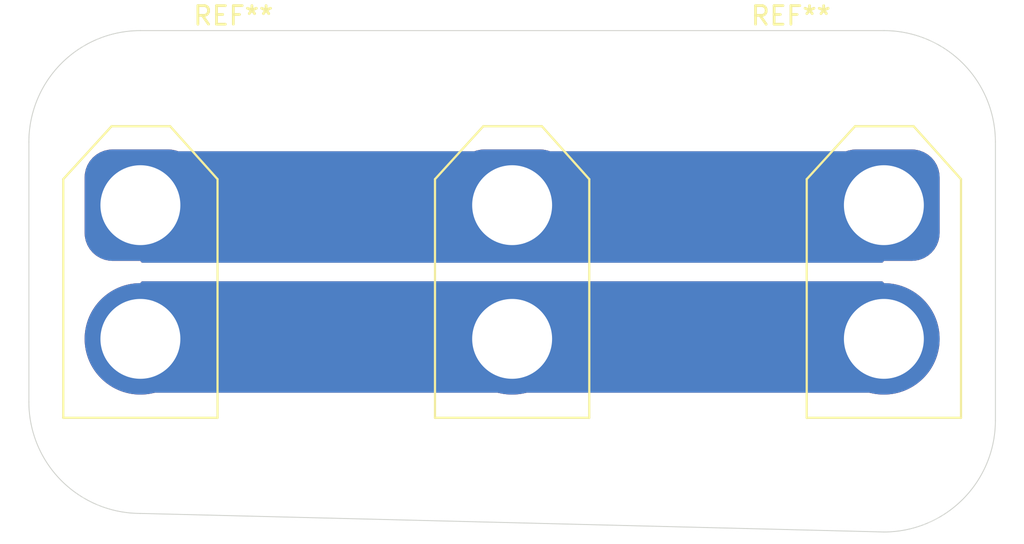
<source format=kicad_pcb>
(kicad_pcb (version 20241229) (generator "pcbnew") (generator_version "9.0")
  (layers (0 "F.Cu" signal) (2 "B.Cu" signal) (13 "F.Paste" user) (15 "B.Paste" user) (5 "F.SilkS" user "F.Silkscreen") (7 "B.SilkS" user "B.Silkscreen") (1 "F.Mask" user) (3 "B.Mask" user) (25 "Edge.Cuts" user))
  (net 0 "")
  (net 1 "VCC")
  (net 2 "GND")
  (footprint "amass:AMASS_XT60-F_1x02_P7.20mm_Vertical" (layer "F.Cu") (at 90 46.400001 -90)
    (property "Reference" "J1" (hide yes))
    (property "Value" "Conn_01x02_Socket")
    (fp_line (start -1.4 4.150001) (end 11.450001 4.15) (stroke (width 0.12)) (layer "F.SilkS"))
    (fp_line (start 11.450001 4.15) (end 11.450001 -4.15) (stroke (width 0.12)) (layer "F.SilkS"))
    (fp_line (start -4.25 1.55) (end -1.4 4.150001) (stroke (width 0.12)) (layer "F.SilkS"))
    (fp_line (start -4.25 -1.6) (end -4.25 1.55) (stroke (width 0.12)) (layer "F.SilkS"))
    (fp_line (start 11.450001 -4.15) (end -1.4 -4.150001) (stroke (width 0.12)) (layer "F.SilkS"))
    (fp_line (start -1.4 -4.150001) (end -4.25 -1.6) (stroke (width 0.12)) (layer "F.SilkS"))
    (pad "1" thru_hole roundrect (at 0 0 270) (size 6 6) (drill 4.3) (layers "*.Cu" "*.Mask") (net 2 "GND"))
    (pad "2" thru_hole circle (at 7.2 0 270) (size 6 6) (drill 4.3) (layers "*.Cu" "*.Mask") (net 1 "VCC"))
  )
  (footprint "MountingHole:MountingHole_3.2mm_M3_DIN965" (layer "F.Cu") (at 55 60)
    (property "Reference" "REF**" (hide yes))
    (property "Value" "MountingHole_3.2mm_M3_DIN965")
    (pad "" np_thru_hole circle (at 0 0) (size 3.2 3.2) (drill 3.2) (layers "*.Cu" "*.Mask"))
  )
  (footprint "amass:AMASS_XT60-F_1x02_P7.20mm_Vertical" (layer "F.Cu") (at 70 46.400001 -90)
    (property "Reference" "J2" (hide yes))
    (property "Value" "Conn_01x02_Socket")
    (fp_line (start -1.4 4.150001) (end 11.450001 4.15) (stroke (width 0.12)) (layer "F.SilkS"))
    (fp_line (start 11.450001 4.15) (end 11.450001 -4.15) (stroke (width 0.12)) (layer "F.SilkS"))
    (fp_line (start -4.25 1.55) (end -1.4 4.150001) (stroke (width 0.12)) (layer "F.SilkS"))
    (fp_line (start -4.25 -1.6) (end -4.25 1.55) (stroke (width 0.12)) (layer "F.SilkS"))
    (fp_line (start 11.450001 -4.15) (end -1.4 -4.150001) (stroke (width 0.12)) (layer "F.SilkS"))
    (fp_line (start -1.4 -4.150001) (end -4.25 -1.6) (stroke (width 0.12)) (layer "F.SilkS"))
    (pad "1" thru_hole roundrect (at 0 0 270) (size 6 6) (drill 4.3) (layers "*.Cu" "*.Mask") (net 2 "GND"))
    (pad "2" thru_hole circle (at 7.2 0 270) (size 6 6) (drill 4.3) (layers "*.Cu" "*.Mask") (net 1 "VCC"))
  )
  (footprint "MountingHole:MountingHole_3.2mm_M3_DIN965" (layer "F.Cu") (at 85 40)
    (property "Reference" "REF**" (at 0 -3.8 0) (layer "F.SilkS"))
    (property "Value" "MountingHole_3.2mm_M3_DIN965")
    (pad "" np_thru_hole circle (at 0 0) (size 3.2 3.2) (drill 3.2) (layers "*.Cu" "*.Mask"))
  )
  (footprint "amass:AMASS_XT60-F_1x02_P7.20mm_Vertical" (layer "F.Cu") (at 50 46.400001 -90)
    (property "Reference" "J3" (hide yes))
    (property "Value" "Conn_01x02_Socket")
    (fp_line (start -1.4 4.150001) (end 11.450001 4.15) (stroke (width 0.12)) (layer "F.SilkS"))
    (fp_line (start 11.450001 4.15) (end 11.450001 -4.15) (stroke (width 0.12)) (layer "F.SilkS"))
    (fp_line (start -4.25 1.55) (end -1.4 4.150001) (stroke (width 0.12)) (layer "F.SilkS"))
    (fp_line (start -4.25 -1.6) (end -4.25 1.55) (stroke (width 0.12)) (layer "F.SilkS"))
    (fp_line (start 11.450001 -4.15) (end -1.4 -4.150001) (stroke (width 0.12)) (layer "F.SilkS"))
    (fp_line (start -1.4 -4.150001) (end -4.25 -1.6) (stroke (width 0.12)) (layer "F.SilkS"))
    (pad "1" thru_hole roundrect (at 0 0 270) (size 6 6) (drill 4.3) (layers "*.Cu" "*.Mask") (net 2 "GND"))
    (pad "2" thru_hole circle (at 7.2 0 270) (size 6 6) (drill 4.3) (layers "*.Cu" "*.Mask") (net 1 "VCC"))
  )
  (footprint "MountingHole:MountingHole_3.2mm_M3_DIN965" (layer "F.Cu") (at 55 40)
    (property "Reference" "REF**" (at 0 -3.8 0) (layer "F.SilkS"))
    (property "Value" "MountingHole_3.2mm_M3_DIN965")
    (pad "" np_thru_hole circle (at 0 0) (size 3.2 3.2) (drill 3.2) (layers "*.Cu" "*.Mask"))
  )
  (footprint "MountingHole:MountingHole_3.2mm_M3_DIN965" (layer "F.Cu") (at 85 60)
    (property "Reference" "REF**" (hide yes))
    (property "Value" "MountingHole_3.2mm_M3_DIN965")
    (pad "" np_thru_hole circle (at 0 0) (size 3.2 3.2) (drill 3.2) (layers "*.Cu" "*.Mask"))
  )
  (gr_arc (start 44 43) (mid 45.757359 38.757359) (end 50 37) (stroke (width 0.05)) (layer "Edge.Cuts"))
  (gr_line (start 44 57) (end 44 43) (stroke (width 0.05)) (layer "Edge.Cuts"))
  (gr_arc (start 96 58) (mid 94.242641 62.242641) (end 90 64) (stroke (width 0.05)) (layer "Edge.Cuts"))
  (gr_line (start 96 43) (end 96 58) (stroke (width 0.05)) (layer "Edge.Cuts"))
  (gr_arc (start 50 63) (mid 45.757359 61.242641) (end 44 57) (stroke (width 0.05)) (layer "Edge.Cuts"))
  (gr_arc (start 90 37) (mid 94.242641 38.757359) (end 96 43) (stroke (width 0.05)) (layer "Edge.Cuts"))
  (gr_line (start 90 64) (end 50 63) (stroke (width 0.05)) (layer "Edge.Cuts"))
  (gr_line (start 50 37) (end 90 37) (stroke (width 0.05)) (layer "Edge.Cuts"))
  (zone (net 2) (net_name "GND") (layers "F.Cu" "B.Cu") (connect_pads yes (clearance 0.5)) (min_thickness 0.25) (fill yes (thermal_gap 0.5) (thermal_bridge_width 0.5))
    (polygon (pts (xy 50 43.5) (xy 50 49.5) (xy 90 49.5) (xy 90 43.5)))
  )
  (zone (net 1) (net_name "VCC") (layers "F.Cu" "B.Cu") (connect_pads yes (clearance 0.5)) (min_thickness 0.25) (fill yes (thermal_gap 0.5) (thermal_bridge_width 0.5))
    (polygon (pts (xy 50 50.5) (xy 50 56.5) (xy 90 56.5) (xy 90 50.5)))
  )
)
</source>
